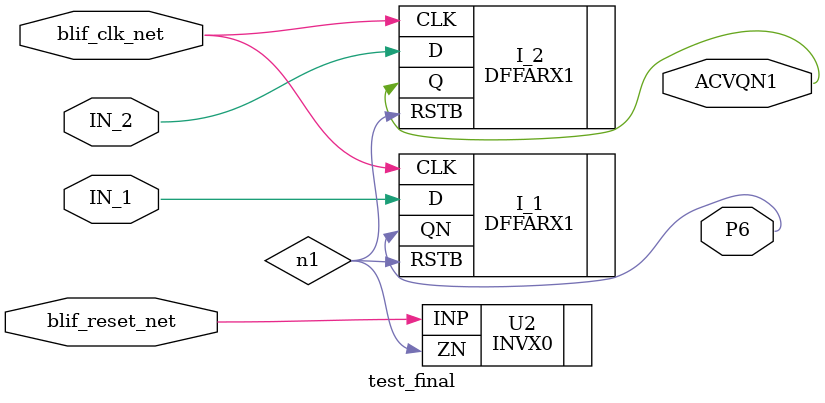
<source format=v>


module test_final ( blif_reset_net, blif_clk_net, IN_1, IN_2, ACVQN1, P6 );
  input blif_reset_net, blif_clk_net, IN_1, IN_2;
  output ACVQN1, P6;
  wire   n1;

  DFFARX1 I_1 ( .D(IN_1), .CLK(blif_clk_net), .RSTB(n1), .QN(P6) );
  DFFARX1 I_2 ( .D(IN_2), .CLK(blif_clk_net), .RSTB(n1), .Q(ACVQN1) );
  INVX0 U2 ( .INP(blif_reset_net), .ZN(n1) );
endmodule


</source>
